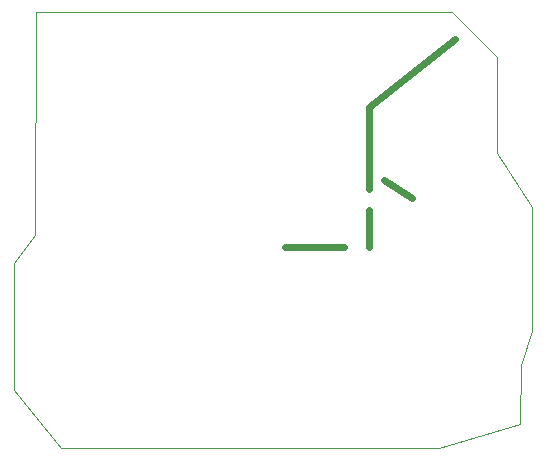
<source format=gbr>
%FSLAX32Y32*%
%MOMM*%
%LNKONTUR*%
G71*
G01*
%ADD10C, 0.60*%
%ADD11C, 0.10*%
%LPD*%
G54D10*
X7199Y7166D02*
X6477Y6587D01*
X6477Y5896D01*
G54D11*
X3651Y7396D02*
X3645Y5507D01*
X3465Y5269D01*
X3469Y4190D01*
X3866Y3698D01*
X6953Y3698D01*
X7068Y3706D01*
X7755Y3904D01*
X7759Y4408D01*
X7858Y4690D01*
X7858Y5746D01*
X7556Y6198D01*
X7556Y7016D01*
X7176Y7396D01*
X3651Y7396D01*
G54D10*
X6477Y5714D02*
X6477Y5404D01*
G54D10*
X6262Y5404D02*
X5762Y5404D01*
G54D10*
X6839Y5822D02*
X6604Y5970D01*
M02*

</source>
